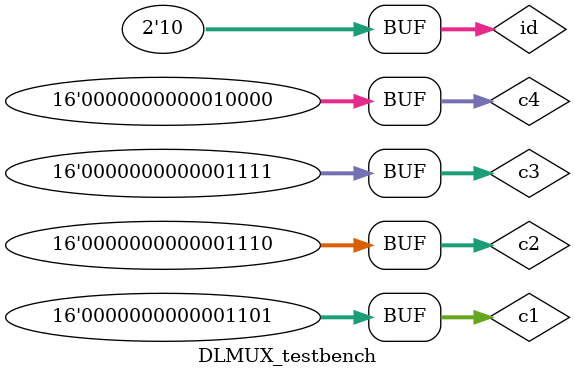
<source format=v>
`timescale 1ns/1ps
module DLMUX_testbench();
	
	reg [1:0] id;
    reg [15:0] c1,c2,c3,c4;
    reg [4:0] addr;
	wire [15:0] data;
	
	DL_MUX DL_MUX1(id,c1,c2,c3,c4,data);
	
	initial begin
		id=2'd0; c1 = 16'd13; c2 = 16'd14; c3 = 16'd15; c4 = 16'd16; #10;
		if(data === c1) $display("Chunk 1 fetched");
		
		id=2'd1; c1 = 16'd13; c2 = 16'd14; c3 = 16'd15; c4 = 16'd16; #10;
		if(data === c2) $display("Chunk 2 fetched");
		
		id=2'd3; c1 = 16'd13; c2 = 16'd14; c3 = 16'd15; c4 = 16'd16; #10;
		if(data === c4) $display("Chunk 4 fetched");
		
		id=2'd2; c1 = 16'd13; c2 = 16'd14; c3 = 16'd15; c4 = 16'd16; #10;
		if(data === c3) $display("Chunk 3 fetched");
		
	end

endmodule
</source>
